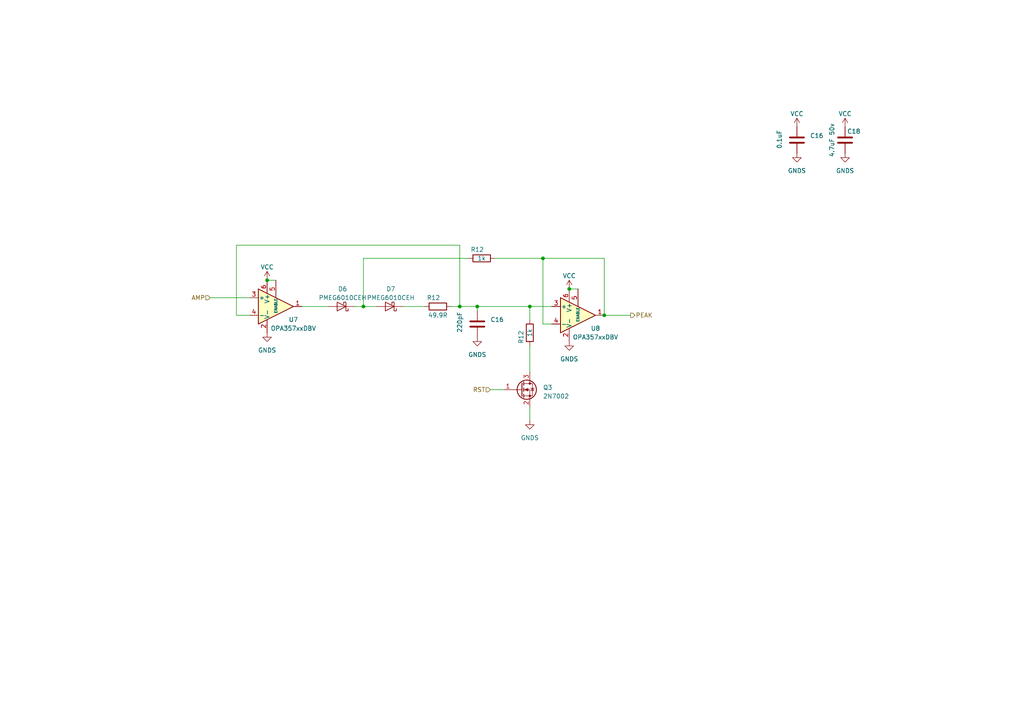
<source format=kicad_sch>
(kicad_sch (version 20230121) (generator eeschema)
  (paper "A4")
  (lib_symbols
    (symbol "Device:C" (pin_numbers hide) (pin_names (offset 0.254))
      (property "Reference" "C" (at 0.635 2.54 0))
      (property "Value" "C" (at 0.635 -2.54 0))
      (symbol "C_0_1"
        (polyline (pts (xy -2.032 -0.762) (xy 2.032 -0.762)) (stroke (width 0.508)))
        (polyline (pts (xy -2.032 0.762) (xy 2.032 0.762)) (stroke (width 0.508)))
      )
      (symbol "C_1_1"
        (pin passive line (at 0 3.81 270) (length 2.794) (name "~") (number "1"))
        (pin passive line (at 0 -3.81 90) (length 2.794) (name "~") (number "2"))
      )
    )
    (symbol "Device:R" (pin_numbers hide) (pin_names (offset 0))
      (property "Reference" "R" (at 2.032 0 90))
      (property "Value" "R" (at 0 0 90))
      (symbol "R_0_1"
        (rectangle (start -1.016 -2.54) (end 1.016 2.54) (stroke (width 0.254)))
      )
      (symbol "R_1_1"
        (pin passive line (at 0 3.81 270) (length 1.27) (name "~") (number "1"))
        (pin passive line (at 0 -3.81 90) (length 1.27) (name "~") (number "2"))
      )
    )
    (symbol "Diode:PMEG6010CEH" (pin_numbers hide) (pin_names hide)
      (property "Reference" "D" (at 0 2.54 0))
      (property "Value" "PMEG6010CEH" (at 0 -2.54 0))
      (symbol "PMEG6010CEH_0_1"
        (polyline (pts (xy 1.27 0) (xy -1.27 0)))
        (polyline (pts (xy 1.27 1.27) (xy 1.27 -1.27) (xy -1.27 0) (xy 1.27 1.27)) (stroke (width 0.2032)))
        (polyline (pts (xy -1.905 0.635) (xy -1.905 1.27) (xy -1.27 1.27) (xy -1.27 -1.27) (xy -0.635 -1.27) (xy -0.635 -0.635)) (stroke (width 0.2032)))
      )
      (symbol "PMEG6010CEH_1_1"
        (pin passive line (at -3.81 0 0) (length 2.54) (name "K") (number "1"))
        (pin passive line (at 3.81 0 180) (length 2.54) (name "A") (number "2"))
      )
    )
    (symbol "Transistor_FET:2N7002" (pin_names hide)
      (property "Reference" "Q" (at 5.08 1.905 0))
      (property "Value" "2N7002" (at 5.08 0 0))
      (symbol "2N7002_0_1"
        (polyline (pts (xy 0.254 0) (xy -2.54 0)))
        (polyline (pts (xy 0.254 1.905) (xy 0.254 -1.905)) (stroke (width 0.254)))
        (polyline (pts (xy 0.762 -1.27) (xy 0.762 -2.286)) (stroke (width 0.254)))
        (polyline (pts (xy 0.762 0.508) (xy 0.762 -0.508)) (stroke (width 0.254)))
        (polyline (pts (xy 0.762 2.286) (xy 0.762 1.27)) (stroke (width 0.254)))
        (polyline (pts (xy 2.54 2.54) (xy 2.54 1.778)))
        (polyline (pts (xy 2.54 -2.54) (xy 2.54 0) (xy 0.762 0)))
        (polyline (pts (xy 0.762 -1.778) (xy 3.302 -1.778) (xy 3.302 1.778) (xy 0.762 1.778)))
        (polyline (pts (xy 1.016 0) (xy 2.032 0.381) (xy 2.032 -0.381) (xy 1.016 0)) (fill (type outline)))
        (polyline (pts (xy 2.794 0.508) (xy 2.921 0.381) (xy 3.683 0.381) (xy 3.81 0.254)))
        (polyline (pts (xy 3.302 0.381) (xy 2.921 -0.254) (xy 3.683 -0.254) (xy 3.302 0.381)))
        (circle (center 1.651 0) (radius 2.794) (stroke (width 0.254)))
        (circle (center 2.54 -1.778) (radius 0.254) (fill (type outline)))
        (circle (center 2.54 1.778) (radius 0.254) (fill (type outline)))
      )
      (symbol "2N7002_1_1"
        (pin input line (at -5.08 0 0) (length 2.54) (name "G") (number "1"))
        (pin passive line (at 2.54 -5.08 90) (length 2.54) (name "S") (number "2"))
        (pin passive line (at 2.54 5.08 270) (length 2.54) (name "D") (number "3"))
      )
    )
    (symbol "adclib:OPA357XXDBV" (pin_names (offset 0.127))
      (property "Reference" "U" (at 3.81 3.81 0))
      (property "Value" "OPA357xxDBV" (at 3.81 -3.81 0))
      (symbol "OPA357XXDBV_0_1"
        (polyline (pts (xy -5.08 5.08) (xy 5.08 0) (xy -5.08 -5.08) (xy -5.08 5.08)) (stroke (width 0.254)) (fill (type background)))
      )
      (symbol "OPA357XXDBV_1_1"
        (pin output line (at 7.62 0 180) (length 2.54) (name "~") (number "1"))
        (pin power_in line (at -2.54 -7.62 90) (length 3.81) (name "V-") (number "2"))
        (pin input line (at -7.62 2.54 0) (length 2.54) (name "+") (number "3"))
        (pin input line (at -7.62 -2.54 0) (length 2.54) (name "-") (number "4"))
        (pin input line (at 0 7.62 270) (length 5.08) (name "ENABLE") (number "5"))
        (pin power_in line (at -2.54 7.62 270) (length 3.81) (name "V+") (number "6"))
      )
    )
    (symbol "power:GNDS" (power) (pin_names (offset 0))
      (property "Value" "GNDS" (at 0 -3.81 0))
      (symbol "GNDS_0_1"
        (polyline (pts (xy 0 0) (xy 0 -1.27) (xy 1.27 -1.27) (xy 0 -2.54) (xy -1.27 -1.27) (xy 0 -1.27)))
      )
      (symbol "GNDS_1_1"
        (pin power_in line (at 0 0 270) (length 0) hide (name "GNDS") (number "1"))
      )
    )
    (symbol "power:VCC" (power) (pin_names (offset 0))
      (property "Value" "VCC" (at 0 3.81 0))
      (symbol "VCC_0_1"
        (polyline (pts (xy -0.762 1.27) (xy 0 2.54)))
        (polyline (pts (xy 0 0) (xy 0 2.54)))
        (polyline (pts (xy 0 2.54) (xy 0.762 1.27)))
      )
      (symbol "VCC_1_1"
        (pin power_in line (at 0 0 90) (length 0) hide (name "VCC") (number "1"))
      )
    )
  )
  (junction (at 153.67 88.9))
  (junction (at 77.47 81.28))
  (junction (at 165.1 83.82))
  (junction (at 133.35 88.9))
  (junction (at 105.41 88.9))
  (junction (at 157.48 74.93))
  (junction (at 138.43 88.9))
  (junction (at 175.26 91.44))
  (wire (pts (xy 175.26 74.93) (xy 157.48 74.93)))
  (wire (pts (xy 175.26 91.44) (xy 182.88 91.44)))
  (wire (pts (xy 153.67 121.92) (xy 153.67 118.11)))
  (wire (pts (xy 133.35 71.12) (xy 133.35 88.9)))
  (wire (pts (xy 153.67 88.9) (xy 160.02 88.9)))
  (wire (pts (xy 87.63 88.9) (xy 95.25 88.9)))
  (wire (pts (xy 105.41 74.93) (xy 105.41 88.9)))
  (wire (pts (xy 105.41 88.9) (xy 109.22 88.9)))
  (wire (pts (xy 72.39 91.44) (xy 68.58 91.44)))
  (wire (pts (xy 60.96 86.36) (xy 72.39 86.36)))
  (wire (pts (xy 142.24 113.03) (xy 146.05 113.03)))
  (wire (pts (xy 135.89 74.93) (xy 105.41 74.93)))
  (wire (pts (xy 153.67 107.95) (xy 153.67 100.33)))
  (wire (pts (xy 138.43 88.9) (xy 153.67 88.9)))
  (wire (pts (xy 153.67 88.9) (xy 153.67 92.71)))
  (wire (pts (xy 68.58 71.12) (xy 133.35 71.12)))
  (wire (pts (xy 157.48 74.93) (xy 143.51 74.93)))
  (wire (pts (xy 160.02 93.98) (xy 157.48 93.98)))
  (wire (pts (xy 157.48 93.98) (xy 157.48 74.93)))
  (wire (pts (xy 138.43 88.9) (xy 138.43 90.17)))
  (wire (pts (xy 102.87 88.9) (xy 105.41 88.9)))
  (wire (pts (xy 77.47 81.28) (xy 80.01 81.28)))
  (wire (pts (xy 116.84 88.9) (xy 123.19 88.9)))
  (wire (pts (xy 165.1 83.82) (xy 167.64 83.82)))
  (wire (pts (xy 68.58 91.44) (xy 68.58 71.12)))
  (wire (pts (xy 175.26 91.44) (xy 175.26 74.93)))
  (wire (pts (xy 130.81 88.9) (xy 133.35 88.9)))
  (wire (pts (xy 133.35 88.9) (xy 138.43 88.9)))
  (hierarchical_label "RST" (shape input) (at 142.24 113.03 180))
  (hierarchical_label "PEAK" (shape output) (at 182.88 91.44 0))
  (hierarchical_label "AMP" (shape input) (at 60.96 86.36 180))
  (symbol (lib_id "power:GNDS") (at 138.43 97.79 0) (unit 1)
    (property "Reference" "#PWR063" (effects hide))
    (property "Value" "GNDS" (at 138.43 102.87 0))
    (instances (project "ESP-Gamma-Detector" (path "" (reference "#PWR063") (unit 1)) (path "" (reference "#PWR076") (unit 1)) (path "" (reference "#PWR090") (unit 1))))
  )
  (symbol (lib_id "power:VCC") (at 231.14 36.83 0) (unit 1)
    (property "Reference" "#PWR074" (effects hide))
    (property "Value" "VCC" (at 231.14 33.02 0))
    (instances (project "ESP-Gamma-Detector" (path "" (reference "#PWR074") (unit 1)) (path "" (reference "#PWR082") (unit 1))))
  )
  (symbol (lib_id "Diode:PMEG6010CEH") (at 99.06 88.9 180) (unit 1)
    (property "Reference" "D6" (at 99.3775 83.82 0))
    (property "Value" "PMEG6010CEH" (at 99.3775 86.36 0))
    (property "Footprint" "Diode_SMD:D_SOD-123F" (effects hide))
    (property "Datasheet" "https://assets.nexperia.com/documents/data-sheet/PMEG6010CEH_PMEG6010CEJ.pdf" (effects hide))
  )
  (symbol (lib_id "Device:R") (at 127 88.9 90) (unit 1)
    (property "Reference" "R12" (at 125.73 86.36 90))
    (property "Value" "49.9R" (at 127 91.44 90))
    (property "Footprint" "Resistor_SMD:R_0603_1608Metric_Pad0.98x0.95mm_HandSolder" (effects hide))
    (property "MPN" "RMCF0603JT5K10" (effects hide))
    (property "INFO" "DIGIKEY" (effects hide))
    (property "Supplier Part Number" "RMCF0603JT5K10DKR-ND" (effects hide))
    (instances (project "ESP-Gamma-Detector" (path "" (reference "R12") (unit 1)) (path "" (reference "R3") (unit 1)) (path "" (reference "R21") (unit 1)) (path "" (reference "R26") (unit 1))) (project "opengeiger" (path "" (reference "R14") (unit 1))))
  )
  (symbol (lib_id "Device:R") (at 139.7 74.93 90) (unit 1)
    (property "Reference" "R12" (at 138.43 72.39 90))
    (property "Value" "1k" (at 139.7 74.93 90))
    (property "Footprint" "Resistor_SMD:R_0603_1608Metric_Pad0.98x0.95mm_HandSolder" (effects hide))
    (property "MPN" "RMCF0603JT5K10" (effects hide))
    (property "INFO" "DIGIKEY" (effects hide))
    (property "Supplier Part Number" "RMCF0603JT5K10DKR-ND" (effects hide))
    (instances (project "ESP-Gamma-Detector" (path "" (reference "R12") (unit 1)) (path "" (reference "R3") (unit 1)) (path "" (reference "R19") (unit 1)) (path "" (reference "R27") (unit 1))) (project "opengeiger" (path "" (reference "R14") (unit 1))))
  )
  (symbol (lib_id "adclib:OPA357XXDBV") (at 167.64 91.44 0) (unit 1)
    (property "Reference" "U8" (at 172.72 95.25 0))
    (property "Value" "OPA357xxDBV" (at 172.72 97.79 0))
    (property "Footprint" "Package_TO_SOT_SMD:SOT-23-6" (effects hide))
    (property "Datasheet" "https://rocelec.widen.net/view/pdf/tqd35j5qps/opa2357.pdf?t.download=true&u=5oefqw" (effects hide))
  )
  (symbol (lib_id "power:GNDS") (at 231.14 44.45 0) (unit 1)
    (property "Reference" "#PWR063" (effects hide))
    (property "Value" "GNDS" (at 231.14 49.53 0))
    (instances (project "ESP-Gamma-Detector" (path "" (reference "#PWR063") (unit 1)) (path "" (reference "#PWR076") (unit 1)) (path "" (reference "#PWR083") (unit 1))))
  )
  (symbol (lib_id "power:VCC") (at 165.1 83.82 0) (unit 1)
    (property "Reference" "#PWR074" (effects hide))
    (property "Value" "VCC" (at 165.1 80.01 0))
    (instances (project "ESP-Gamma-Detector" (path "" (reference "#PWR074") (unit 1)) (path "" (reference "#PWR087") (unit 1))))
  )
  (symbol (lib_id "adclib:OPA357XXDBV") (at 80.01 88.9 0) (unit 1)
    (property "Reference" "U7" (at 85.09 92.71 0))
    (property "Value" "OPA357xxDBV" (at 85.09 95.25 0))
    (property "Footprint" "Package_TO_SOT_SMD:SOT-23-6" (effects hide))
    (property "Datasheet" "https://rocelec.widen.net/view/pdf/tqd35j5qps/opa2357.pdf?t.download=true&u=5oefqw" (effects hide))
  )
  (symbol (lib_id "Device:C") (at 245.11 40.64 180) (unit 1)
    (property "Reference" "C18" (at 247.65 38.1 0))
    (property "Value" "4.7uF 50v" (at 241.3 40.64 90))
    (property "Footprint" "Capacitor_SMD:C_0805_2012Metric" (effects hide))
    (property "INFO" "DIGIKEY" (effects hide))
    (instances (project "ESP-Gamma-Detector" (path "" (reference "C18") (unit 1)) (path "" (reference "C9") (unit 1)) (path "" (reference "C16") (unit 1)) (path "" (reference "C20") (unit 1)) (path "" (reference "C22") (unit 1))) (project "opengeiger" (path "" (reference "C8") (unit 1))))
  )
  (symbol (lib_id "Diode:PMEG6010CEH") (at 113.03 88.9 180) (unit 1)
    (property "Reference" "D7" (at 113.3475 83.82 0))
    (property "Value" "PMEG6010CEH" (at 113.3475 86.36 0))
    (property "Footprint" "Diode_SMD:D_SOD-123F" (effects hide))
    (property "Datasheet" "https://assets.nexperia.com/documents/data-sheet/PMEG6010CEH_PMEG6010CEJ.pdf" (effects hide))
  )
  (symbol (lib_id "Device:C") (at 138.43 93.98 0) (unit 1)
    (property "Reference" "C16" (at 142.24 92.7099 0) (effects (justify left)))
    (property "Value" "220pF" (at 133.35 96.52 90) (effects (justify left)))
    (property "Footprint" "Capacitor_SMD:C_0603_1608Metric_Pad1.08x0.95mm_HandSolder" (effects hide))
    (property "INFO" "DIGIKEY" (effects hide))
    (instances (project "ESP-Gamma-Detector" (path "" (reference "C16") (unit 1)) (path "" (reference "C1") (unit 1)) (path "" (reference "C19") (unit 1)) (path "" (reference "C23") (unit 1))) (project "opengeiger" (path "" (reference "C15") (unit 1))))
  )
  (symbol (lib_id "Device:C") (at 231.14 40.64 0) (unit 1)
    (property "Reference" "C16" (at 234.95 39.3699 0) (effects (justify left)))
    (property "Value" "0.1uF" (at 226.06 43.18 90) (effects (justify left)))
    (property "Footprint" "Capacitor_SMD:C_0603_1608Metric_Pad1.08x0.95mm_HandSolder" (effects hide))
    (property "MPN" "06035C104KAT4A" (effects hide))
    (property "INFO" "DIGIKEY" (effects hide))
    (property "Supplier Part Number" "478-10346-1-ND" (effects hide))
    (instances (project "ESP-Gamma-Detector" (path "" (reference "C16") (unit 1)) (path "" (reference "C1") (unit 1)) (path "" (reference "C19") (unit 1)) (path "" (reference "C21") (unit 1))) (project "opengeiger" (path "" (reference "C15") (unit 1))))
  )
  (symbol (lib_id "power:VCC") (at 245.11 36.83 0) (unit 1)
    (property "Reference" "#PWR075" (effects hide))
    (property "Value" "VCC" (at 245.11 33.02 0))
    (instances (project "ESP-Gamma-Detector" (path "" (reference "#PWR075") (unit 1)) (path "" (reference "#PWR084") (unit 1))))
  )
  (symbol (lib_id "Transistor_FET:2N7002") (at 151.13 113.03 0) (unit 1)
    (property "Reference" "Q3" (at 157.48 112.395 0) (effects (justify left)))
    (property "Value" "2N7002" (at 157.48 114.935 0) (effects (justify left)))
    (property "Footprint" "Package_TO_SOT_SMD:SOT-23" (effects hide))
    (property "Datasheet" "https://www.onsemi.com/pub/Collateral/NDS7002A-D.PDF" (effects hide))
  )
  (symbol (lib_id "power:GNDS") (at 77.47 96.52 0) (unit 1)
    (property "Reference" "#PWR063" (effects hide))
    (property "Value" "GNDS" (at 77.47 101.6 0))
    (instances (project "ESP-Gamma-Detector" (path "" (reference "#PWR063") (unit 1)) (path "" (reference "#PWR076") (unit 1)) (path "" (reference "#PWR088") (unit 1))))
  )
  (symbol (lib_id "power:GNDS") (at 165.1 99.06 0) (unit 1)
    (property "Reference" "#PWR063" (effects hide))
    (property "Value" "GNDS" (at 165.1 104.14 0))
    (instances (project "ESP-Gamma-Detector" (path "" (reference "#PWR063") (unit 1)) (path "" (reference "#PWR076") (unit 1)) (path "" (reference "#PWR089") (unit 1))))
  )
  (symbol (lib_id "power:GNDS") (at 245.11 44.45 0) (unit 1)
    (property "Reference" "#PWR063" (effects hide))
    (property "Value" "GNDS" (at 245.11 49.53 0))
    (instances (project "ESP-Gamma-Detector" (path "" (reference "#PWR063") (unit 1)) (path "" (reference "#PWR077") (unit 1)) (path "" (reference "#PWR085") (unit 1))))
  )
  (symbol (lib_id "power:VCC") (at 77.47 81.28 0) (unit 1)
    (property "Reference" "#PWR074" (effects hide))
    (property "Value" "VCC" (at 77.47 77.47 0))
    (instances (project "ESP-Gamma-Detector" (path "" (reference "#PWR074") (unit 1)) (path "" (reference "#PWR086") (unit 1))))
  )
  (symbol (lib_id "Device:R") (at 153.67 96.52 180) (unit 1)
    (property "Reference" "R12" (at 151.13 97.79 90))
    (property "Value" "1k" (at 153.67 96.52 90))
    (property "Footprint" "Resistor_SMD:R_0603_1608Metric_Pad0.98x0.95mm_HandSolder" (effects hide))
    (property "MPN" "RMCF0603JT5K10" (effects hide))
    (property "INFO" "DIGIKEY" (effects hide))
    (property "Supplier Part Number" "RMCF0603JT5K10DKR-ND" (effects hide))
    (instances (project "ESP-Gamma-Detector" (path "" (reference "R12") (unit 1)) (path "" (reference "R3") (unit 1)) (path "" (reference "R19") (unit 1)) (path "" (reference "R28") (unit 1))) (project "opengeiger" (path "" (reference "R14") (unit 1))))
  )
  (symbol (lib_id "power:GNDS") (at 153.67 121.92 0) (unit 1)
    (property "Reference" "#PWR063" (effects hide))
    (property "Value" "GNDS" (at 153.67 127 0))
    (instances (project "ESP-Gamma-Detector" (path "" (reference "#PWR063") (unit 1)) (path "" (reference "#PWR076") (unit 1)) (path "" (reference "#PWR091") (unit 1))))
  )
)
</source>
